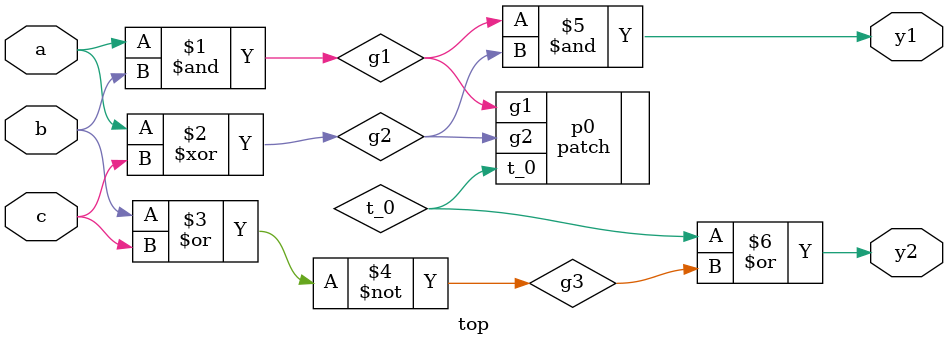
<source format=v>
module top ( y1 , y2 , a , b , c ); 
input a , b , c ; 
output y1 , y2 ; 
wire g1 , g2 , g3 ; 
wire t_0 ; 

and ( g1 , a , b ); 
xor ( g2 , a , c ); 
nor ( g3 , b , c ); 
and ( y1 , g1 , g2 ); 
or ( y2 , t_0 , g3 ); 

patch p0 (.t_0(t_0), .g1(g1), .g2(g2));
endmodule 


</source>
